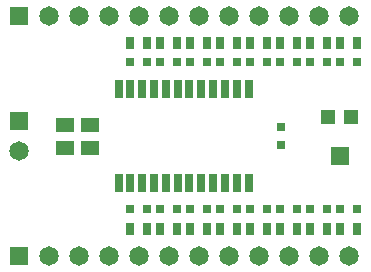
<source format=gts>
G04 (created by PCBNEW (2013-02-09 BZR 3938)-testing) date Sat 09 Feb 2013 10:45:36 PM CET*
%MOIN*%
G04 Gerber Fmt 3.4, Leading zero omitted, Abs format*
%FSLAX34Y34*%
G01*
G70*
G90*
G04 APERTURE LIST*
%ADD10C,2.3622e-06*%
%ADD11R,0.0314961X0.0433071*%
%ADD12R,0.059X0.0511*%
%ADD13R,0.0472X0.0472*%
%ADD14R,0.063X0.0591*%
%ADD15R,0.0314X0.0314*%
%ADD16R,0.0256X0.063*%
%ADD17R,0.0649606X0.0649606*%
%ADD18C,0.0649606*%
G04 APERTURE END LIST*
G54D10*
G54D11*
X61795Y-41900D03*
X61205Y-41900D03*
X62795Y-41900D03*
X62205Y-41900D03*
X60795Y-41900D03*
X60205Y-41900D03*
X63795Y-41900D03*
X63205Y-41900D03*
X64795Y-41900D03*
X64205Y-41900D03*
X65795Y-41900D03*
X65205Y-41900D03*
X66795Y-41900D03*
X66205Y-41900D03*
X66795Y-48100D03*
X66205Y-48100D03*
X59795Y-48100D03*
X59205Y-48100D03*
X60795Y-48100D03*
X60205Y-48100D03*
X61795Y-48100D03*
X61205Y-48100D03*
X62795Y-48100D03*
X62205Y-48100D03*
X65795Y-48100D03*
X65205Y-48100D03*
X63795Y-48100D03*
X63205Y-48100D03*
X64795Y-48100D03*
X64205Y-48100D03*
G54D12*
X57875Y-44651D03*
X57875Y-45399D03*
X57050Y-44651D03*
X57050Y-45399D03*
G54D13*
X66594Y-44391D03*
X65806Y-44391D03*
G54D14*
X66200Y-45671D03*
G54D15*
X59795Y-47447D03*
X59205Y-47447D03*
X60795Y-47447D03*
X60205Y-47447D03*
X62795Y-47447D03*
X62205Y-47447D03*
X61795Y-47447D03*
X61205Y-47447D03*
X63795Y-47447D03*
X63205Y-47447D03*
X64795Y-47447D03*
X64205Y-47447D03*
X65795Y-47447D03*
X65205Y-47447D03*
X66795Y-47447D03*
X66205Y-47447D03*
X61795Y-42547D03*
X61205Y-42547D03*
X62795Y-42547D03*
X62205Y-42547D03*
X64795Y-42547D03*
X64205Y-42547D03*
X63795Y-42547D03*
X63205Y-42547D03*
X65795Y-42547D03*
X65205Y-42547D03*
X64252Y-45295D03*
X64252Y-44705D03*
X66795Y-42547D03*
X66205Y-42547D03*
X60795Y-42547D03*
X60205Y-42547D03*
X59795Y-42547D03*
X59205Y-42547D03*
G54D16*
X58835Y-46575D03*
X59228Y-46575D03*
X59622Y-46575D03*
X60016Y-46575D03*
X60409Y-46575D03*
X60803Y-46575D03*
X61197Y-46575D03*
X61591Y-46575D03*
X61984Y-46575D03*
X62378Y-46575D03*
X62772Y-46575D03*
X63165Y-46575D03*
X63165Y-43425D03*
X62772Y-43425D03*
X62378Y-43425D03*
X61984Y-43425D03*
X61591Y-43425D03*
X61197Y-43425D03*
X60803Y-43425D03*
X60409Y-43425D03*
X60016Y-43425D03*
X59622Y-43425D03*
X59228Y-43425D03*
X58835Y-43425D03*
G54D17*
X55500Y-49000D03*
G54D18*
X56500Y-49000D03*
X57500Y-49000D03*
X58500Y-49000D03*
X59500Y-49000D03*
X60500Y-49000D03*
X61500Y-49000D03*
X62500Y-49000D03*
X63500Y-49000D03*
X64500Y-49000D03*
X65500Y-49000D03*
X66500Y-49000D03*
G54D17*
X55500Y-41000D03*
G54D18*
X56500Y-41000D03*
X57500Y-41000D03*
X58500Y-41000D03*
X59500Y-41000D03*
X60500Y-41000D03*
X61500Y-41000D03*
X62500Y-41000D03*
X63500Y-41000D03*
X64500Y-41000D03*
X65500Y-41000D03*
X66500Y-41000D03*
G54D17*
X55511Y-44500D03*
G54D18*
X55511Y-45500D03*
G54D11*
X59795Y-41900D03*
X59205Y-41900D03*
M02*

</source>
